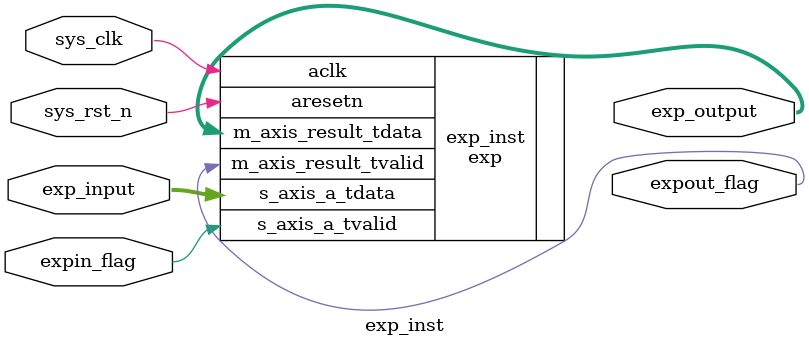
<source format=v>
`timescale 100ps/100ps
module exp_inst 
(
    input  wire        sys_clk,
    input  wire        sys_rst_n,
    input  wire [31:0] exp_input,
    input  wire        expin_flag,

    output wire [31:0] exp_output,
    output wire        expout_flag
);

exp exp_inst (
  .aclk(sys_clk),                                 
  .aresetn(sys_rst_n),                           
  .s_axis_a_tvalid(expin_flag),           
  .s_axis_a_tdata(exp_input),  

  .m_axis_result_tvalid(expout_flag), 
  .m_axis_result_tdata(exp_output)    
);
    
endmodule
</source>
